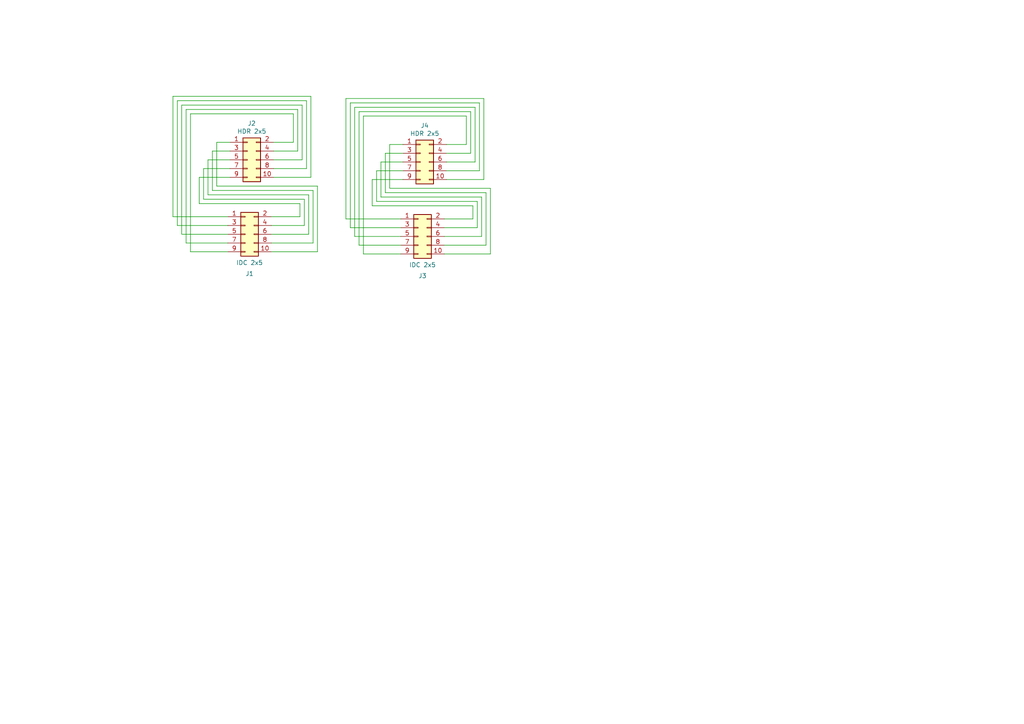
<source format=kicad_sch>
(kicad_sch (version 20201015) (generator eeschema)
  (paper "A4")
  (lib_symbols
    (symbol "Connector_Generic:Conn_02x05_Odd_Even" (pin_names (offset 1.016) hide)
      (property "Reference" "J" (at 1.27 7.62 0))
      (property "Value" "Conn_02x05_Odd_Even" (at 1.27 -7.62 0))
      (symbol "Conn_02x05_Odd_Even_1_1"
        (rectangle (start -1.27 -4.953) (end 0 -5.207) (stroke (width 0.1524)))
        (rectangle (start -1.27 -2.413) (end 0 -2.667) (stroke (width 0.1524)))
        (rectangle (start -1.27 2.667) (end 0 2.413) (stroke (width 0.1524)))
        (rectangle (start -1.27 5.207) (end 0 4.953) (stroke (width 0.1524)))
        (rectangle (start -1.27 6.35) (end 3.81 -6.35) (stroke (width 0.254)) (fill (type background)))
        (rectangle (start -1.27 0.127) (end 0 -0.127) (stroke (width 0.1524)))
        (rectangle (start 3.81 -4.953) (end 2.54 -5.207) (stroke (width 0.1524)))
        (rectangle (start 3.81 -2.413) (end 2.54 -2.667) (stroke (width 0.1524)))
        (rectangle (start 3.81 2.667) (end 2.54 2.413) (stroke (width 0.1524)))
        (rectangle (start 3.81 5.207) (end 2.54 4.953) (stroke (width 0.1524)))
        (rectangle (start 3.81 0.127) (end 2.54 -0.127) (stroke (width 0.1524)))
        (pin passive line (at -5.08 5.08 0) (length 3.81) (name "Pin_1") (number "1"))
        (pin passive line (at 7.62 -5.08 180) (length 3.81) (name "Pin_10") (number "10"))
        (pin passive line (at 7.62 5.08 180) (length 3.81) (name "Pin_2") (number "2"))
        (pin passive line (at -5.08 2.54 0) (length 3.81) (name "Pin_3") (number "3"))
        (pin passive line (at 7.62 2.54 180) (length 3.81) (name "Pin_4") (number "4"))
        (pin passive line (at -5.08 0 0) (length 3.81) (name "Pin_5") (number "5"))
        (pin passive line (at 7.62 0 180) (length 3.81) (name "Pin_6") (number "6"))
        (pin passive line (at -5.08 -2.54 0) (length 3.81) (name "Pin_7") (number "7"))
        (pin passive line (at 7.62 -2.54 180) (length 3.81) (name "Pin_8") (number "8"))
        (pin passive line (at -5.08 -5.08 0) (length 3.81) (name "Pin_9") (number "9"))
      )
    )
  )
  (wire (pts (xy 50.165 27.94) (xy 50.165 62.865)))
  (wire (pts (xy 50.165 62.865) (xy 66.04 62.865)))
  (wire (pts (xy 51.435 29.21) (xy 51.435 65.405)))
  (wire (pts (xy 51.435 65.405) (xy 66.04 65.405)))
  (wire (pts (xy 52.705 30.48) (xy 52.705 67.945)))
  (wire (pts (xy 52.705 67.945) (xy 66.04 67.945)))
  (wire (pts (xy 53.975 31.75) (xy 53.975 70.485)))
  (wire (pts (xy 53.975 70.485) (xy 66.04 70.485)))
  (wire (pts (xy 55.245 33.02) (xy 55.245 73.025)))
  (wire (pts (xy 55.245 73.025) (xy 66.04 73.025)))
  (wire (pts (xy 57.785 51.435) (xy 57.785 59.055)))
  (wire (pts (xy 57.785 59.055) (xy 86.995 59.055)))
  (wire (pts (xy 59.055 48.895) (xy 59.055 57.785)))
  (wire (pts (xy 59.055 57.785) (xy 88.265 57.785)))
  (wire (pts (xy 60.325 46.355) (xy 60.325 56.515)))
  (wire (pts (xy 60.325 56.515) (xy 89.535 56.515)))
  (wire (pts (xy 61.595 43.815) (xy 61.595 55.245)))
  (wire (pts (xy 61.595 55.245) (xy 90.805 55.245)))
  (wire (pts (xy 62.865 41.275) (xy 62.865 53.975)))
  (wire (pts (xy 62.865 53.975) (xy 92.075 53.975)))
  (wire (pts (xy 66.675 41.275) (xy 62.865 41.275)))
  (wire (pts (xy 66.675 43.815) (xy 61.595 43.815)))
  (wire (pts (xy 66.675 46.355) (xy 60.325 46.355)))
  (wire (pts (xy 66.675 48.895) (xy 59.055 48.895)))
  (wire (pts (xy 66.675 51.435) (xy 57.785 51.435)))
  (wire (pts (xy 79.375 41.275) (xy 85.09 41.275)))
  (wire (pts (xy 79.375 43.815) (xy 86.36 43.815)))
  (wire (pts (xy 79.375 46.355) (xy 87.63 46.355)))
  (wire (pts (xy 79.375 48.895) (xy 88.9 48.895)))
  (wire (pts (xy 79.375 51.435) (xy 90.17 51.435)))
  (wire (pts (xy 85.09 33.02) (xy 55.245 33.02)))
  (wire (pts (xy 85.09 41.275) (xy 85.09 33.02)))
  (wire (pts (xy 86.36 31.75) (xy 53.975 31.75)))
  (wire (pts (xy 86.36 43.815) (xy 86.36 31.75)))
  (wire (pts (xy 86.995 59.055) (xy 86.995 62.865)))
  (wire (pts (xy 86.995 62.865) (xy 78.74 62.865)))
  (wire (pts (xy 87.63 30.48) (xy 52.705 30.48)))
  (wire (pts (xy 87.63 46.355) (xy 87.63 30.48)))
  (wire (pts (xy 88.265 57.785) (xy 88.265 65.405)))
  (wire (pts (xy 88.265 65.405) (xy 78.74 65.405)))
  (wire (pts (xy 88.9 29.21) (xy 51.435 29.21)))
  (wire (pts (xy 88.9 48.895) (xy 88.9 29.21)))
  (wire (pts (xy 89.535 56.515) (xy 89.535 67.945)))
  (wire (pts (xy 89.535 67.945) (xy 78.74 67.945)))
  (wire (pts (xy 90.17 27.94) (xy 50.165 27.94)))
  (wire (pts (xy 90.17 51.435) (xy 90.17 27.94)))
  (wire (pts (xy 90.805 55.245) (xy 90.805 70.485)))
  (wire (pts (xy 90.805 70.485) (xy 78.74 70.485)))
  (wire (pts (xy 92.075 53.975) (xy 92.075 73.025)))
  (wire (pts (xy 92.075 73.025) (xy 78.74 73.025)))
  (wire (pts (xy 100.33 28.575) (xy 100.33 63.5)))
  (wire (pts (xy 100.33 63.5) (xy 116.205 63.5)))
  (wire (pts (xy 101.6 29.845) (xy 101.6 66.04)))
  (wire (pts (xy 101.6 66.04) (xy 116.205 66.04)))
  (wire (pts (xy 102.87 31.115) (xy 102.87 68.58)))
  (wire (pts (xy 102.87 68.58) (xy 116.205 68.58)))
  (wire (pts (xy 104.14 32.385) (xy 104.14 71.12)))
  (wire (pts (xy 104.14 71.12) (xy 116.205 71.12)))
  (wire (pts (xy 105.41 33.655) (xy 105.41 73.66)))
  (wire (pts (xy 105.41 73.66) (xy 116.205 73.66)))
  (wire (pts (xy 107.95 52.07) (xy 107.95 59.69)))
  (wire (pts (xy 107.95 59.69) (xy 137.16 59.69)))
  (wire (pts (xy 109.22 49.53) (xy 109.22 58.42)))
  (wire (pts (xy 109.22 58.42) (xy 138.43 58.42)))
  (wire (pts (xy 110.49 46.99) (xy 110.49 57.15)))
  (wire (pts (xy 110.49 57.15) (xy 139.7 57.15)))
  (wire (pts (xy 111.76 44.45) (xy 111.76 55.88)))
  (wire (pts (xy 111.76 55.88) (xy 140.97 55.88)))
  (wire (pts (xy 113.03 41.91) (xy 113.03 54.61)))
  (wire (pts (xy 113.03 54.61) (xy 142.24 54.61)))
  (wire (pts (xy 116.84 41.91) (xy 113.03 41.91)))
  (wire (pts (xy 116.84 44.45) (xy 111.76 44.45)))
  (wire (pts (xy 116.84 46.99) (xy 110.49 46.99)))
  (wire (pts (xy 116.84 49.53) (xy 109.22 49.53)))
  (wire (pts (xy 116.84 52.07) (xy 107.95 52.07)))
  (wire (pts (xy 129.54 41.91) (xy 135.255 41.91)))
  (wire (pts (xy 129.54 44.45) (xy 136.525 44.45)))
  (wire (pts (xy 129.54 46.99) (xy 137.795 46.99)))
  (wire (pts (xy 129.54 49.53) (xy 139.065 49.53)))
  (wire (pts (xy 129.54 52.07) (xy 140.335 52.07)))
  (wire (pts (xy 135.255 33.655) (xy 105.41 33.655)))
  (wire (pts (xy 135.255 41.91) (xy 135.255 33.655)))
  (wire (pts (xy 136.525 32.385) (xy 104.14 32.385)))
  (wire (pts (xy 136.525 44.45) (xy 136.525 32.385)))
  (wire (pts (xy 137.16 59.69) (xy 137.16 63.5)))
  (wire (pts (xy 137.16 63.5) (xy 128.905 63.5)))
  (wire (pts (xy 137.795 31.115) (xy 102.87 31.115)))
  (wire (pts (xy 137.795 46.99) (xy 137.795 31.115)))
  (wire (pts (xy 138.43 58.42) (xy 138.43 66.04)))
  (wire (pts (xy 138.43 66.04) (xy 128.905 66.04)))
  (wire (pts (xy 139.065 29.845) (xy 101.6 29.845)))
  (wire (pts (xy 139.065 49.53) (xy 139.065 29.845)))
  (wire (pts (xy 139.7 57.15) (xy 139.7 68.58)))
  (wire (pts (xy 139.7 68.58) (xy 128.905 68.58)))
  (wire (pts (xy 140.335 28.575) (xy 100.33 28.575)))
  (wire (pts (xy 140.335 52.07) (xy 140.335 28.575)))
  (wire (pts (xy 140.97 55.88) (xy 140.97 71.12)))
  (wire (pts (xy 140.97 71.12) (xy 128.905 71.12)))
  (wire (pts (xy 142.24 54.61) (xy 142.24 73.66)))
  (wire (pts (xy 142.24 73.66) (xy 128.905 73.66)))
  (symbol (lib_id "Connector_Generic:Conn_02x05_Odd_Even") (at 71.12 67.945 0) (unit 1)
    (property "Reference" "J1" (at 72.39 79.375 0))
    (property "Value" "IDC 2x5" (at 72.39 76.2 0))
  )
  (symbol (lib_id "Connector_Generic:Conn_02x05_Odd_Even") (at 71.755 46.355 0) (unit 1)
    (property "Reference" "J2" (at 73.025 35.7886 0))
    (property "Value" "HDR 2x5" (at 73.025 38.1 0))
  )
  (symbol (lib_id "Connector_Generic:Conn_02x05_Odd_Even") (at 121.285 68.58 0) (unit 1)
    (property "Reference" "J3" (at 122.555 80.01 0))
    (property "Value" "IDC 2x5" (at 122.555 76.835 0))
  )
  (symbol (lib_id "Connector_Generic:Conn_02x05_Odd_Even") (at 121.92 46.99 0) (unit 1)
    (property "Reference" "J4" (at 123.19 36.4236 0))
    (property "Value" "HDR 2x5" (at 123.19 38.735 0))
  )
)
</source>
